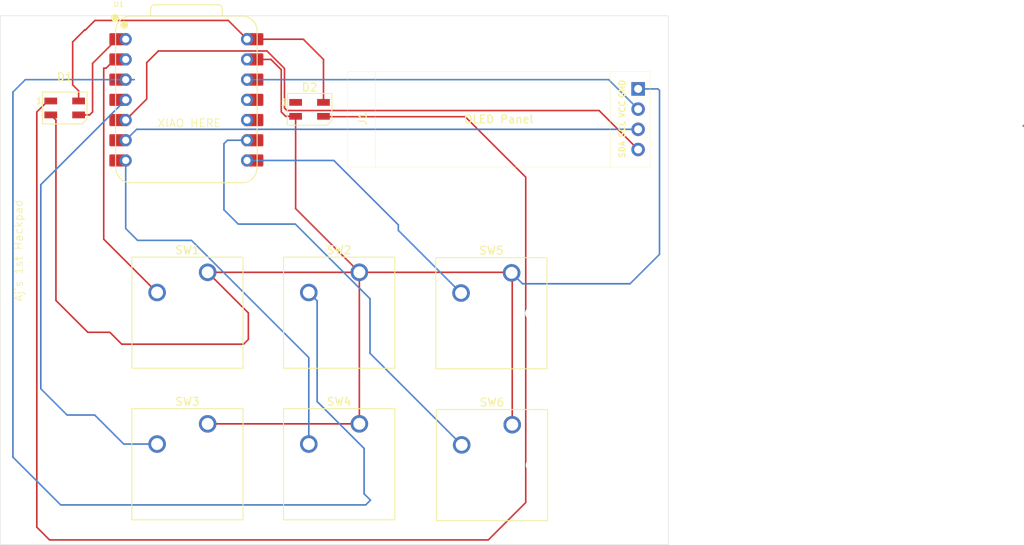
<source format=kicad_pcb>
(kicad_pcb (version 20241229) (generator "pcbnew") (generator_version "9.0")
  (layers (0 "F.Cu" signal) (2 "B.Cu" signal) (13 "F.Paste" user) (15 "B.Paste" user) (5 "F.SilkS" user "F.Silkscreen") (7 "B.SilkS" user "B.Silkscreen") (1 "F.Mask" user) (3 "B.Mask" user) (25 "Edge.Cuts" user))
  (net 0 "")
  (net 1 "GND")
  (net 2 "Net-(D1-DOUT)")
  (net 3 "+5V")
  (net 4 "Net-(D1-DIN)")
  (net 6 "Net-(U1-GPIO1{slash}RX)")
  (net 7 "Net-(U1-GPIO2{slash}SCK)")
  (net 8 "Net-(U1-GPIO27{slash}ADC1{slash}A1)")
  (net 9 "Net-(U1-GPIO28{slash}ADC2{slash}A2)")
  (net 10 "Net-(U1-GPIO29{slash}ADC3{slash}A3)")
  (net 11 "Net-(U1-GPIO0{slash}TX)")
  (net 12 "Net-(J1-Pin_3)")
  (net 13 "Net-(J1-Pin_2)")
  (net 16 "Net-(J1-Pin_4)")
  (footprint "LED_SMD:LED_SK6812MINI_PLCC4_3.5x3.5mm_P1.75mm" (layer "F.Cu") (at 126.2 59.1)
    (property "Reference" "D1" (at 0 -3.8875 0) (layer "F.SilkS"))
    (property "Value" "SK6812MINI")
    (fp_line (start -2.8 -2) (end -2.8 2) (stroke (width 0.12)) (layer "F.SilkS"))
    (fp_line (start -2.8 -2) (end 2.8 -2) (stroke (width 0.12)) (layer "F.SilkS"))
    (fp_line (start -2.8 2) (end 2.2 2) (stroke (width 0.12)) (layer "F.SilkS"))
    (fp_line (start 2.8 1.4) (end 2.2 2) (stroke (width 0.12)) (layer "F.SilkS"))
    (fp_line (start 2.8 1.4) (end 2.8 -2) (stroke (width 0.12)) (layer "F.SilkS"))
    (fp_text user "1" (at -3.2 -0.875 0) (layer "F.SilkS") (effects (font (size 0.8 0.8))))
    (pad "1" smd rect (at -1.75 -0.875) (size 1.6 0.85) (layers "F.Cu" "F.Mask" "F.Paste") (net 2 "Net-(D1-DOUT)"))
    (pad "2" smd rect (at -1.75 0.875) (size 1.6 0.85) (layers "F.Cu" "F.Mask" "F.Paste") (net 1 "GND"))
    (pad "3" smd rect (at 1.75 0.875) (size 1.6 0.85) (layers "F.Cu" "F.Mask" "F.Paste") (net 4 "Net-(D1-DIN)"))
    (pad "4" smd rect (at 1.75 -0.875) (size 1.6 0.85) (layers "F.Cu" "F.Mask" "F.Paste") (net 3 "+5V"))
  )
  (footprint "Button_Switch_Keyboard:SW_Cherry_MX_1.00u_PCB" (layer "F.Cu") (at 144.1555 98.80925)
    (property "Reference" "SW3" (at -2.54 -2.794 0) (layer "F.SilkS"))
    (property "Value" "SW_Push")
    (fp_line (start -9.525 -1.905) (end 4.445 -1.905) (stroke (width 0.12)) (layer "F.SilkS"))
    (fp_line (start -9.525 12.065) (end -9.525 -1.905) (stroke (width 0.12)) (layer "F.SilkS"))
    (fp_line (start 4.445 -1.905) (end 4.445 12.065) (stroke (width 0.12)) (layer "F.SilkS"))
    (fp_line (start 4.445 12.065) (end -9.525 12.065) (stroke (width 0.12)) (layer "F.SilkS"))
    (pad "" np_thru_hole circle (at -7.62 5.08) (size 1.7 1.7) (drill 1.7) (layers "*.Cu" "*.Mask"))
    (pad "" np_thru_hole circle (at -2.54 5.08) (size 4 4) (drill 4) (layers "*.Cu" "*.Mask"))
    (pad "" np_thru_hole circle (at 2.54 5.08) (size 1.7 1.7) (drill 1.7) (layers "*.Cu" "*.Mask"))
    (pad "1" thru_hole circle (at 0 0) (size 2.2 2.2) (drill 1.5) (layers "*.Cu" "*.Mask") (net 1 "GND"))
    (pad "2" thru_hole circle (at -6.35 2.54) (size 2.2 2.2) (drill 1.5) (layers "*.Cu" "*.Mask") (net 10 "Net-(U1-GPIO29{slash}ADC3{slash}A3)"))
  )
  (footprint "Button_Switch_Keyboard:SW_Cherry_MX_1.00u_PCB" (layer "F.Cu") (at 182.3255 79.8255)
    (property "Reference" "SW5" (at -2.54 -2.794 0) (layer "F.SilkS"))
    (property "Value" "SW_Push")
    (fp_line (start -9.525 -1.905) (end 4.445 -1.905) (stroke (width 0.12)) (layer "F.SilkS"))
    (fp_line (start -9.525 12.065) (end -9.525 -1.905) (stroke (width 0.12)) (layer "F.SilkS"))
    (fp_line (start 4.445 -1.905) (end 4.445 12.065) (stroke (width 0.12)) (layer "F.SilkS"))
    (fp_line (start 4.445 12.065) (end -9.525 12.065) (stroke (width 0.12)) (layer "F.SilkS"))
    (pad "" np_thru_hole circle (at -7.62 5.08) (size 1.7 1.7) (drill 1.7) (layers "*.Cu" "*.Mask"))
    (pad "" np_thru_hole circle (at -2.54 5.08) (size 4 4) (drill 4) (layers "*.Cu" "*.Mask"))
    (pad "" np_thru_hole circle (at 2.54 5.08) (size 1.7 1.7) (drill 1.7) (layers "*.Cu" "*.Mask"))
    (pad "1" thru_hole circle (at 0 0) (size 2.2 2.2) (drill 1.5) (layers "*.Cu" "*.Mask") (net 1 "GND"))
    (pad "2" thru_hole circle (at -6.35 2.54) (size 2.2 2.2) (drill 1.5) (layers "*.Cu" "*.Mask") (net 6 "Net-(U1-GPIO1{slash}RX)"))
  )
  (footprint "LED_SMD:LED_SK6812MINI_PLCC4_3.5x3.5mm_P1.75mm" (layer "F.Cu") (at 156.95 59.275)
    (property "Reference" "D2" (at 0 -2.75 0) (layer "F.SilkS"))
    (property "Value" "SK6812MINI" (hide yes))
    (fp_line (start -2.8 -2) (end -2.8 2) (stroke (width 0.12)) (layer "F.SilkS"))
    (fp_line (start -2.8 -2) (end 2.8 -2) (stroke (width 0.12)) (layer "F.SilkS"))
    (fp_line (start -2.8 2) (end 2.2 2) (stroke (width 0.12)) (layer "F.SilkS"))
    (fp_line (start 2.8 1.4) (end 2.2 2) (stroke (width 0.12)) (layer "F.SilkS"))
    (fp_line (start 2.8 1.4) (end 2.8 -2) (stroke (width 0.12)) (layer "F.SilkS"))
    (fp_text user "1" (at -3.2 -0.875 0) (layer "F.SilkS") (effects (font (size 0.8 0.8))))
    (pad "1" smd rect (at -1.75 -0.875) (size 1.6 0.85) (layers "F.Cu" "F.Mask" "F.Paste"))
    (pad "2" smd rect (at -1.75 0.875) (size 1.6 0.85) (layers "F.Cu" "F.Mask" "F.Paste") (net 1 "GND"))
    (pad "3" smd rect (at 1.75 0.875) (size 1.6 0.85) (layers "F.Cu" "F.Mask" "F.Paste") (net 2 "Net-(D1-DOUT)"))
    (pad "4" smd rect (at 1.75 -0.875) (size 1.6 0.85) (layers "F.Cu" "F.Mask" "F.Paste") (net 3 "+5V"))
  )
  (footprint "Button_Switch_Keyboard:SW_Cherry_MX_1.00u_PCB" (layer "F.Cu") (at 144.1555 79.75925)
    (property "Reference" "SW1" (at -2.54 -2.794 0) (layer "F.SilkS"))
    (property "Value" "SW_Push")
    (fp_line (start -9.525 -1.905) (end 4.445 -1.905) (stroke (width 0.12)) (layer "F.SilkS"))
    (fp_line (start -9.525 12.065) (end -9.525 -1.905) (stroke (width 0.12)) (layer "F.SilkS"))
    (fp_line (start 4.445 -1.905) (end 4.445 12.065) (stroke (width 0.12)) (layer "F.SilkS"))
    (fp_line (start 4.445 12.065) (end -9.525 12.065) (stroke (width 0.12)) (layer "F.SilkS"))
    (pad "" np_thru_hole circle (at -7.62 5.08) (size 1.7 1.7) (drill 1.7) (layers "*.Cu" "*.Mask"))
    (pad "" np_thru_hole circle (at -2.54 5.08) (size 4 4) (drill 4) (layers "*.Cu" "*.Mask"))
    (pad "" np_thru_hole circle (at 2.54 5.08) (size 1.7 1.7) (drill 1.7) (layers "*.Cu" "*.Mask"))
    (pad "1" thru_hole circle (at 0 0) (size 2.2 2.2) (drill 1.5) (layers "*.Cu" "*.Mask") (net 1 "GND"))
    (pad "2" thru_hole circle (at -6.35 2.54) (size 2.2 2.2) (drill 1.5) (layers "*.Cu" "*.Mask") (net 8 "Net-(U1-GPIO27{slash}ADC1{slash}A1)"))
  )
  (footprint "Button_Switch_Keyboard:SW_Cherry_MX_1.00u_PCB" (layer "F.Cu") (at 163.2055 98.80925)
    (property "Reference" "SW4" (at -2.54 -2.794 0) (layer "F.SilkS"))
    (property "Value" "SW_Push")
    (fp_line (start -9.525 -1.905) (end 4.445 -1.905) (stroke (width 0.12)) (layer "F.SilkS"))
    (fp_line (start -9.525 12.065) (end -9.525 -1.905) (stroke (width 0.12)) (layer "F.SilkS"))
    (fp_line (start 4.445 -1.905) (end 4.445 12.065) (stroke (width 0.12)) (layer "F.SilkS"))
    (fp_line (start 4.445 12.065) (end -9.525 12.065) (stroke (width 0.12)) (layer "F.SilkS"))
    (pad "" np_thru_hole circle (at -7.62 5.08) (size 1.7 1.7) (drill 1.7) (layers "*.Cu" "*.Mask"))
    (pad "" np_thru_hole circle (at -2.54 5.08) (size 4 4) (drill 4) (layers "*.Cu" "*.Mask"))
    (pad "" np_thru_hole circle (at 2.54 5.08) (size 1.7 1.7) (drill 1.7) (layers "*.Cu" "*.Mask"))
    (pad "1" thru_hole circle (at 0 0) (size 2.2 2.2) (drill 1.5) (layers "*.Cu" "*.Mask") (net 1 "GND"))
    (pad "2" thru_hole circle (at -6.35 2.54) (size 2.2 2.2) (drill 1.5) (layers "*.Cu" "*.Mask") (net 11 "Net-(U1-GPIO0{slash}TX)"))
  )
  (footprint "lovely oled:SSD1306-0.91-OLED-4pin-128x32" (layer "F.Cu") (at 161.715 54.515)
    (property "Reference" "J1" (at 1.9 5.91 90) (layer "F.SilkS"))
    (property "Value" "Conn_01x04")
    (fp_line (start 0 0) (end 0 12) (stroke (width 0.04)) (layer "F.SilkS"))
    (fp_line (start 0 12) (end 38 12) (stroke (width 0.04)) (layer "F.SilkS"))
    (fp_line (start 3.5 0) (end 3.5 12) (stroke (width 0.04)) (layer "F.SilkS"))
    (fp_line (start 33 0) (end 33 12) (stroke (width 0.04)) (layer "F.SilkS"))
    (fp_line (start 38 0) (end 0 0) (stroke (width 0.04)) (layer "F.SilkS"))
    (fp_line (start 38 12) (end 38 0) (stroke (width 0.04)) (layer "F.SilkS"))
    (fp_text user "VCC" (at 34.5 4.73 270) (layer "F.SilkS") (effects (font (size 0.75 0.75))))
    (fp_text user "SCL" (at 34.5 7.27 270) (layer "F.SilkS") (effects (font (size 0.75 0.75))))
    (fp_text user "SDA" (at 34.5 9.81 270) (layer "F.SilkS") (effects (font (size 0.75 0.75))))
    (fp_text user "GND" (at 34.5 2.19 270) (layer "F.SilkS") (effects (font (size 0.75 0.75))))
    (fp_text user "OLED Panel" (at 19 6 0) (layer "F.SilkS"))
    (pad "1" thru_hole rect (at 36.5 2.19) (size 1.7 1.7) (drill 1) (layers "*.Cu" "*.Mask") (net 1 "GND"))
    (pad "2" thru_hole oval (at 36.5 4.73) (size 1.7 1.7) (drill 1) (layers "*.Cu" "*.Mask") (net 13 "Net-(J1-Pin_2)"))
    (pad "3" thru_hole oval (at 36.5 7.27) (size 1.7 1.7) (drill 1) (layers "*.Cu" "*.Mask") (net 12 "Net-(J1-Pin_3)"))
    (pad "4" thru_hole oval (at 36.5 9.81) (size 1.7 1.7) (drill 1) (layers "*.Cu" "*.Mask") (net 16 "Net-(J1-Pin_4)"))
  )
  (footprint "Button_Switch_Keyboard:SW_Cherry_MX_1.00u_PCB" (layer "F.Cu") (at 163.2055 79.75925)
    (property "Reference" "SW2" (at -2.54 -2.794 0) (layer "F.SilkS"))
    (property "Value" "SW_Push")
    (fp_line (start -9.525 -1.905) (end 4.445 -1.905) (stroke (width 0.12)) (layer "F.SilkS"))
    (fp_line (start -9.525 12.065) (end -9.525 -1.905) (stroke (width 0.12)) (layer "F.SilkS"))
    (fp_line (start 4.445 -1.905) (end 4.445 12.065) (stroke (width 0.12)) (layer "F.SilkS"))
    (fp_line (start 4.445 12.065) (end -9.525 12.065) (stroke (width 0.12)) (layer "F.SilkS"))
    (pad "" np_thru_hole circle (at -7.62 5.08) (size 1.7 1.7) (drill 1.7) (layers "*.Cu" "*.Mask"))
    (pad "" np_thru_hole circle (at -2.54 5.08) (size 4 4) (drill 4) (layers "*.Cu" "*.Mask"))
    (pad "" np_thru_hole circle (at 2.54 5.08) (size 1.7 1.7) (drill 1.7) (layers "*.Cu" "*.Mask"))
    (pad "1" thru_hole circle (at 0 0) (size 2.2 2.2) (drill 1.5) (layers "*.Cu" "*.Mask") (net 1 "GND"))
    (pad "2" thru_hole circle (at -6.35 2.54) (size 2.2 2.2) (drill 1.5) (layers "*.Cu" "*.Mask") (net 9 "Net-(U1-GPIO28{slash}ADC2{slash}A2)"))
  )
  (footprint "OPL Library:XIAO-RP2040-DIP" (layer "F.Cu") (at 141.48 58.08)
    (property "Reference" "U1" (at -8.5 -12 0) (layer "F.SilkS") (effects (font (size 0.635 0.635) (thickness 0.1016))))
    (property "Value" "XIAO-RP2040-DIP")
    (fp_line (start -8.89 8.509) (end -8.89 -8.636) (stroke (width 0.127)) (layer "F.SilkS"))
    (fp_line (start -6.985 10.414) (end 6.985 10.414) (stroke (width 0.127)) (layer "F.SilkS"))
    (fp_line (start -4.495 -10.541) (end -4.491272 -11.451272) (stroke (width 0.127)) (layer "F.SilkS"))
    (fp_line (start -3.991272 -11.951) (end 4.004 -11.951) (stroke (width 0.127)) (layer "F.SilkS"))
    (fp_line (start 4.504 -11.451) (end 4.504 -10.541) (stroke (width 0.127)) (layer "F.SilkS"))
    (fp_line (start 6.985 -10.541) (end -6.985 -10.541) (stroke (width 0.1)) (layer "F.SilkS"))
    (fp_line (start 6.985 -10.541) (end -6.985 -10.541) (stroke (width 0.127)) (layer "F.SilkS"))
    (fp_line (start 8.89 8.509) (end 8.89 -8.636) (stroke (width 0.127)) (layer "F.SilkS"))
    (fp_arc (start -8.89 -8.636) (mid -8.332038 -9.983038) (end -6.985 -10.541) (stroke (width 0.127)) (layer "F.SilkS"))
    (fp_arc (start -6.985 10.414) (mid -8.332038 9.856038) (end -8.89 8.509) (stroke (width 0.127)) (layer "F.SilkS"))
    (fp_arc (start -4.491272 -11.451272) (mid -4.344728 -11.80464) (end -3.991272 -11.951) (stroke (width 0.127)) (layer "F.SilkS"))
    (fp_arc (start 4.004 -11.951) (mid 4.357553 -11.804553) (end 4.504 -11.451) (stroke (width 0.127)) (layer "F.SilkS"))
    (fp_arc (start 6.985 -10.541) (mid 8.332038 -9.983038) (end 8.89 -8.636) (stroke (width 0.127)) (layer "F.SilkS"))
    (fp_arc (start 8.89 8.509) (mid 8.332038 9.856038) (end 6.985 10.414) (stroke (width 0.127)) (layer "F.SilkS"))
    (fp_circle (center -8.95 -10.3) (end -8.95 -10.554) (stroke (width 0.5)) (fill yes) (layer "F.SilkS"))
    (fp_circle (center -7.807 -9.42) (end -7.807 -9.674) (stroke (width 0.5)) (fill yes) (layer "F.SilkS"))
    (pad "1" smd roundrect (at -8.455 -7.62 180) (size 2.432 1.524) (layers "F.Cu" "F.Mask") (roundrect_rratio 0.1) (net 4 "Net-(D1-DIN)"))
    (pad "1" thru_hole circle (at -7.62 -7.62 180) (size 1.524 1.524) (drill 0.889) (layers "*.Cu" "*.Mask") (net 4 "Net-(D1-DIN)"))
    (pad "2" smd roundrect (at -8.455 -5.08 180) (size 2.432 1.524) (layers "F.Cu" "F.Mask") (roundrect_rratio 0.1) (net 8 "Net-(U1-GPIO27{slash}ADC1{slash}A1)"))
    (pad "2" thru_hole circle (at -7.62 -5.08 180) (size 1.524 1.524) (drill 0.889) (layers "*.Cu" "*.Mask") (net 8 "Net-(U1-GPIO27{slash}ADC1{slash}A1)"))
    (pad "3" smd roundrect (at -8.455 -2.54 180) (size 2.432 1.524) (layers "F.Cu" "F.Mask") (roundrect_rratio 0.1) (net 9 "Net-(U1-GPIO28{slash}ADC2{slash}A2)"))
    (pad "3" thru_hole circle (at -7.62 -2.54 180) (size 1.524 1.524) (drill 0.889) (layers "*.Cu" "*.Mask") (net 9 "Net-(U1-GPIO28{slash}ADC2{slash}A2)"))
    (pad "4" smd roundrect (at -8.455 0 180) (size 2.432 1.524) (layers "F.Cu" "F.Mask") (roundrect_rratio 0.1) (net 10 "Net-(U1-GPIO29{slash}ADC3{slash}A3)"))
    (pad "4" thru_hole circle (at -7.62 0 180) (size 1.524 1.524) (drill 0.889) (layers "*.Cu" "*.Mask") (net 10 "Net-(U1-GPIO29{slash}ADC3{slash}A3)"))
    (pad "5" smd roundrect (at -8.455 2.54 180) (size 2.432 1.524) (layers "F.Cu" "F.Mask") (roundrect_rratio 0.1) (net 16 "Net-(J1-Pin_4)"))
    (pad "5" thru_hole circle (at -7.62 2.54 180) (size 1.524 1.524) (drill 0.889) (layers "*.Cu" "*.Mask") (net 16 "Net-(J1-Pin_4)"))
    (pad "6" smd roundrect (at -8.455 5.08 180) (size 2.432 1.524) (layers "F.Cu" "F.Mask") (roundrect_rratio 0.1) (net 12 "Net-(J1-Pin_3)"))
    (pad "6" thru_hole circle (at -7.62 5.08 180) (size 1.524 1.524) (drill 0.889) (layers "*.Cu" "*.Mask") (net 12 "Net-(J1-Pin_3)"))
    (pad "7" smd roundrect (at -8.455 7.62 180) (size 2.432 1.524) (layers "F.Cu" "F.Mask") (roundrect_rratio 0.1) (net 11 "Net-(U1-GPIO0{slash}TX)"))
    (pad "7" thru_hole circle (at -7.62 7.62 180) (size 1.524 1.524) (drill 0.889) (layers "*.Cu" "*.Mask") (net 11 "Net-(U1-GPIO0{slash}TX)"))
    (pad "8" thru_hole circle (at 7.62 7.62) (size 1.524 1.524) (drill 0.889) (layers "*.Cu" "*.Mask") (net 6 "Net-(U1-GPIO1{slash}RX)"))
    (pad "8" smd roundrect (at 8.455 7.62) (size 2.432 1.524) (layers "F.Cu" "F.Mask") (roundrect_rratio 0.1) (net 6 "Net-(U1-GPIO1{slash}RX)"))
    (pad "9" thru_hole circle (at 7.62 5.08) (size 1.524 1.524) (drill 0.889) (layers "*.Cu" "*.Mask") (net 7 "Net-(U1-GPIO2{slash}SCK)"))
    (pad "9" smd roundrect (at 8.455 5.08) (size 2.432 1.524) (layers "F.Cu" "F.Mask") (roundrect_rratio 0.1) (net 7 "Net-(U1-GPIO2{slash}SCK)"))
    (pad "10" thru_hole circle (at 7.62 2.54) (size 1.524 1.524) (drill 0.889) (layers "*.Cu" "*.Mask"))
    (pad "10" smd roundrect (at 8.455 2.54) (size 2.432 1.524) (layers "F.Cu" "F.Mask") (roundrect_rratio 0.1))
    (pad "11" thru_hole circle (at 7.62 0) (size 1.524 1.524) (drill 0.889) (layers "*.Cu" "*.Mask"))
    (pad "11" smd roundrect (at 8.455 0) (size 2.432 1.524) (layers "F.Cu" "F.Mask") (roundrect_rratio 0.1))
    (pad "12" thru_hole circle (at 7.62 -2.54) (size 1.524 1.524) (drill 0.889) (layers "*.Cu" "*.Mask") (net 13 "Net-(J1-Pin_2)"))
    (pad "12" smd roundrect (at 8.455 -2.54) (size 2.432 1.524) (layers "F.Cu" "F.Mask") (roundrect_rratio 0.1) (net 13 "Net-(J1-Pin_2)"))
    (pad "13" thru_hole circle (at 7.62 -5.08) (size 1.524 1.524) (drill 0.889) (layers "*.Cu" "*.Mask") (net 1 "GND"))
    (pad "13" smd roundrect (at 8.455 -5.08) (size 2.432 1.524) (layers "F.Cu" "F.Mask") (roundrect_rratio 0.1) (net 1 "GND"))
    (pad "14" thru_hole circle (at 7.62 -7.62) (size 1.524 1.524) (drill 0.889) (layers "*.Cu" "*.Mask") (net 3 "+5V"))
    (pad "14" smd roundrect (at 8.455 -7.62) (size 2.432 1.524) (layers "F.Cu" "F.Mask") (roundrect_rratio 0.1) (net 3 "+5V"))
  )
  (footprint "Button_Switch_Keyboard:SW_Cherry_MX_1.00u_PCB" (layer "F.Cu") (at 182.4055 98.9155)
    (property "Reference" "SW6" (at -2.54 -2.794 0) (layer "F.SilkS"))
    (property "Value" "SW_Push")
    (fp_line (start -9.525 -1.905) (end 4.445 -1.905) (stroke (width 0.12)) (layer "F.SilkS"))
    (fp_line (start -9.525 12.065) (end -9.525 -1.905) (stroke (width 0.12)) (layer "F.SilkS"))
    (fp_line (start 4.445 -1.905) (end 4.445 12.065) (stroke (width 0.12)) (layer "F.SilkS"))
    (fp_line (start 4.445 12.065) (end -9.525 12.065) (stroke (width 0.12)) (layer "F.SilkS"))
    (pad "" np_thru_hole circle (at -7.62 5.08) (size 1.7 1.7) (drill 1.7) (layers "*.Cu" "*.Mask"))
    (pad "" np_thru_hole circle (at -2.54 5.08) (size 4 4) (drill 4) (layers "*.Cu" "*.Mask"))
    (pad "" np_thru_hole circle (at 2.54 5.08) (size 1.7 1.7) (drill 1.7) (layers "*.Cu" "*.Mask"))
    (pad "1" thru_hole circle (at 0 0) (size 2.2 2.2) (drill 1.5) (layers "*.Cu" "*.Mask") (net 1 "GND"))
    (pad "2" thru_hole circle (at -6.35 2.54) (size 2.2 2.2) (drill 1.5) (layers "*.Cu" "*.Mask") (net 7 "Net-(U1-GPIO2{slash}SCK)"))
  )
  (gr_rect (start 118.1 47.5) (end 202 114) (stroke (width 0.05)) (fill no) (layer "Edge.Cuts"))
  (gr_text "Aj's 1st Hackpad" (at 121 83.5 90) (layer "F.SilkS") (effects (font (size 1 1) (thickness 0.1)) (justify left bottom)))
  (gr_text "XIAO HERE\n" (at 137.8 61.6 0) (layer "F.SilkS") (effects (font (size 1 1) (thickness 0.1)) (justify left bottom)))
  (segment (start 246.6 61.4) (end 246.6 61.3) (width 0.2) (layer "B.Cu") (net 0))
  (segment (start 144.1555 79.75925) (end 163.2055 79.75925) (width 0.2) (layer "F.Cu") (net 1))
  (segment (start 129.1 87.3) (end 131.87 87.3) (width 0.2) (layer "F.Cu") (net 1))
  (segment (start 149.2655 88.1955) (end 149.2655 84.86925) (width 0.2) (layer "F.Cu") (net 1))
  (segment (start 163.2055 79.75925) (end 163.2055 79.0555) (width 0.2) (layer "F.Cu") (net 1))
  (segment (start 149.1 53) (end 152.1 53) (width 0.2) (layer "F.Cu") (net 1))
  (segment (start 182.25925 79.75925) (end 182.3255 79.8255) (width 0.2) (layer "F.Cu") (net 1))
  (segment (start 152.1 53) (end 153.4 54.3) (width 0.2) (layer "F.Cu") (net 1))
  (segment (start 163.2055 79.75925) (end 163.2055 98.80925) (width 0.2) (layer "F.Cu") (net 1))
  (segment (start 148.6655 88.7955) (end 149.2655 88.1955) (width 0.2) (layer "F.Cu") (net 1))
  (segment (start 155.2 71.75375) (end 163.2055 79.75925) (width 0.2) (layer "F.Cu") (net 1))
  (segment (start 149.2655 84.86925) (end 144.1555 79.75925) (width 0.2) (layer "F.Cu") (net 1))
  (segment (start 155.2 60.15) (end 155.2 71.75375) (width 0.2) (layer "F.Cu") (net 1))
  (segment (start 125.1 83.3) (end 129.1 87.3) (width 0.2) (layer "F.Cu") (net 1))
  (segment (start 124.45 59.975) (end 125.1 60.625) (width 0.2) (layer "F.Cu") (net 1))
  (segment (start 163.2055 79.75925) (end 182.25925 79.75925) (width 0.2) (layer "F.Cu") (net 1))
  (segment (start 163.4655 79.49925) (end 163.2055 79.75925) (width 0.2) (layer "F.Cu") (net 1))
  (segment (start 144.1555 98.80925) (end 163.2055 98.80925) (width 0.2) (layer "F.Cu") (net 1))
  (segment (start 154.94 60.065) (end 154.85 59.975) (width 0.2) (layer "F.Cu") (net 1))
  (segment (start 131.87 87.3) (end 133.3655 88.7955) (width 0.2) (layer "F.Cu") (net 1))
  (segment (start 182.4055 98.9155) (end 182.4055 79.9055) (width 0.2) (layer "F.Cu") (net 1))
  (segment (start 153.4 59.6) (end 153.95 60.15) (width 0.2) (layer "F.Cu") (net 1))
  (segment (start 182.4055 79.9055) (end 182.3255 79.8255) (width 0.2) (layer "F.Cu") (net 1))
  (segment (start 163.2055 79.0555) (end 163.1155 78.9655) (width 0.2) (layer "F.Cu") (net 1))
  (segment (start 133.3655 88.7955) (end 148.6655 88.7955) (width 0.2) (layer "F.Cu") (net 1))
  (segment (start 153.4 54.3) (end 153.4 59.6) (width 0.2) (layer "F.Cu") (net 1))
  (segment (start 153.95 60.15) (end 155.2 60.15) (width 0.2) (layer "F.Cu") (net 1))
  (segment (start 125.1 60.625) (end 125.1 83.3) (width 0.2) (layer "F.Cu") (net 1))
  (segment (start 200.9 56.9) (end 200.9 77.5) (width 0.2) (layer "B.Cu") (net 1))
  (segment (start 198.215 56.705) (end 200.705 56.705) (width 0.2) (layer "B.Cu") (net 1))
  (segment (start 197.2 81.2) (end 183.7 81.2) (width 0.2) (layer "B.Cu") (net 1))
  (segment (start 200.9 77.5) (end 197.2 81.2) (width 0.2) (layer "B.Cu") (net 1))
  (segment (start 200.705 56.705) (end 200.9 56.9) (width 0.2) (layer "B.Cu") (net 1))
  (segment (start 183.7 81.2) (end 182.3255 79.8255) (width 0.2) (layer "B.Cu") (net 1))
  (segment (start 158.75 60.2) (end 176.5 60.2) (width 0.2) (layer "F.Cu") (net 2))
  (segment (start 124.075 58.225) (end 124.45 58.225) (width 0.2) (layer "F.Cu") (net 2))
  (segment (start 184.1 67.8) (end 184.1 108.7) (width 0.2) (layer "F.Cu") (net 2))
  (segment (start 176.5 60.2) (end 184.1 67.8) (width 0.2) (layer "F.Cu") (net 2))
  (segment (start 124.299 113.399) (end 122.7 111.8) (width 0.2) (layer "F.Cu") (net 2))
  (segment (start 179.401 113.399) (end 124.299 113.399) (width 0.2) (layer "F.Cu") (net 2))
  (segment (start 122.7 111.8) (end 122.7 59.6) (width 0.2) (layer "F.Cu") (net 2))
  (segment (start 158.7 60.15) (end 158.75 60.2) (width 0.2) (layer "F.Cu") (net 2))
  (segment (start 122.7 59.6) (end 124.075 58.225) (width 0.2) (layer "F.Cu") (net 2))
  (segment (start 184.1 108.7) (end 179.401 113.399) (width 0.2) (layer "F.Cu") (net 2))
  (segment (start 158.7 53) (end 158.7 58.4) (width 0.2) (layer "F.Cu") (net 3))
  (segment (start 146.74 48.1) (end 130 48.1) (width 0.2) (layer "F.Cu") (net 3))
  (segment (start 127.2 56.2) (end 127.95 56.95) (width 0.2) (layer "F.Cu") (net 3))
  (segment (start 156.2 50.46) (end 156.2 50.5) (width 0.2) (layer "F.Cu") (net 3))
  (segment (start 156.2 50.5) (end 158.7 53) (width 0.2) (layer "F.Cu") (net 3))
  (segment (start 149.1 50.46) (end 146.74 48.1) (width 0.2) (layer "F.Cu") (net 3))
  (segment (start 130 48.1) (end 128.8 49.3) (width 0.2) (layer "F.Cu") (net 3))
  (segment (start 149.1 50.46) (end 156.2 50.46) (width 0.2) (layer "F.Cu") (net 3))
  (segment (start 127.95 56.95) (end 127.95 58.225) (width 0.2) (layer "F.Cu") (net 3))
  (segment (start 127.2 50.8) (end 127.2 56.2) (width 0.2) (layer "F.Cu") (net 3))
  (segment (start 128.8 49.3) (end 128.7 49.3) (width 0.2) (layer "F.Cu") (net 3))
  (segment (start 128.7 49.3) (end 127.2 50.8) (width 0.2) (layer "F.Cu") (net 3))
  (segment (start 149.1 50.5) (end 149.1 50.46) (width 0.2) (layer "B.Cu") (net 3))
  (segment (start 129.7 59.6) (end 129.325 59.975) (width 0.2) (layer "F.Cu") (net 4))
  (segment (start 132.74 50.46) (end 129.7 53.5) (width 0.2) (layer "F.Cu") (net 4))
  (segment (start 129.7 53.5) (end 129.7 59.6) (width 0.2) (layer "F.Cu") (net 4))
  (segment (start 133.025 50.46) (end 132.74 50.46) (width 0.2) (layer "F.Cu") (net 4))
  (segment (start 129.325 59.975) (end 127.95 59.975) (width 0.2) (layer "F.Cu") (net 4))
  (segment (start 149.1 65.7) (end 149.935 65.7) (width 0.2) (layer "F.Cu") (net 6))
  (segment (start 149.1 65.7) (end 160 65.7) (width 0.2) (layer "B.Cu") (net 6))
  (segment (start 168.1 73.8) (end 168.1 74.49) (width 0.2) (layer "B.Cu") (net 6))
  (segment (start 168.1 74.49) (end 175.9755 82.3655) (width 0.2) (layer "B.Cu") (net 6))
  (segment (start 160 65.7) (end 168.1 73.8) (width 0.2) (layer "B.Cu") (net 6))
  (segment (start 149.1 63.16) (end 146.64 63.16) (width 0.2) (layer "B.Cu") (net 7))
  (segment (start 176.0555 101.4555) (end 164.5445 89.9445) (width 0.2) (layer "B.Cu") (net 7))
  (segment (start 164.5445 89.9445) (end 164.5445 83.079564) (width 0.2) (layer "B.Cu") (net 7))
  (segment (start 146.2 71.9) (end 148 73.7) (width 0.2) (layer "B.Cu") (net 7))
  (segment (start 146.64 63.16) (end 146.2 63.6) (width 0.2) (layer "B.Cu") (net 7))
  (segment (start 155.164936 73.7) (end 164.5445 83.079564) (width 0.2) (layer "B.Cu") (net 7))
  (segment (start 148 73.7) (end 155.164936 73.7) (width 0.2) (layer "B.Cu") (net 7))
  (segment (start 146.2 63.6) (end 146.2 71.9) (width 0.2) (layer "B.Cu") (net 7))
  (segment (start 131.1 54.1) (end 131.4 54.1) (width 0.2) (layer "F.Cu") (net 8))
  (segment (start 132.5 53) (end 133.86 53) (width 0.2) (layer "F.Cu") (net 8))
  (segment (start 137.8055 82.29925) (end 131.1 75.59375) (width 0.2) (layer "F.Cu") (net 8))
  (segment (start 131.1 75.59375) (end 131.1 54.1) (width 0.2) (layer "F.Cu") (net 8))
  (segment (start 131.4 54.1) (end 132.5 53) (width 0.2) (layer "F.Cu") (net 8))
  (segment (start 157.9 96) (end 157.9 83.34375) (width 0.2) (layer "B.Cu") (net 9))
  (segment (start 164.6 108.4) (end 163.8 107.6) (width 0.2) (layer "B.Cu") (net 9))
  (segment (start 133.86 55.54) (end 134.94 55.54) (width 0.2) (layer "B.Cu") (net 9))
  (segment (start 121.26 55.54) (end 119.7 57.1) (width 0.2) (layer "B.Cu") (net 9))
  (segment (start 164 109) (end 164.6 108.4) (width 0.2) (layer "B.Cu") (net 9))
  (segment (start 119.7 57.1) (end 119.7 103) (width 0.2) (layer "B.Cu") (net 9))
  (segment (start 163.8 101.9) (end 157.9 96) (width 0.2) (layer "B.Cu") (net 9))
  (segment (start 119.7 103) (end 125.7 109) (width 0.2) (layer "B.Cu") (net 9))
  (segment (start 157.9 83.34375) (end 156.8555 82.29925) (width 0.2) (layer "B.Cu") (net 9))
  (segment (start 163.8 107.6) (end 163.8 101.9) (width 0.2) (layer "B.Cu") (net 9))
  (segment (start 125.7 109) (end 164 109) (width 0.2) (layer "B.Cu") (net 9))
  (segment (start 133.86 55.54) (end 121.26 55.54) (width 0.2) (layer "B.Cu") (net 9))
  (segment (start 133.86 58.08) (end 123.2 68.74) (width 0.2) (layer "B.Cu") (net 10))
  (segment (start 126.5 97.7) (end 129.97 97.7) (width 0.2) (layer "B.Cu") (net 10))
  (segment (start 129.97 97.7) (end 133.61925 101.34925) (width 0.2) (layer "B.Cu") (net 10))
  (segment (start 133.61925 101.34925) (end 137.8055 101.34925) (width 0.2) (layer "B.Cu") (net 10))
  (segment (start 123.2 68.74) (end 123.2 94.4) (width 0.2) (layer "B.Cu") (net 10))
  (segment (start 123.2 94.4) (end 126.5 97.7) (width 0.2) (layer "B.Cu") (net 10))
  (segment (start 156.8555 101.34925) (end 156.8555 90.477936) (width 0.2) (layer "B.Cu") (net 11))
  (segment (start 135.3555 75.747936) (end 142.1255 75.747936) (width 0.2) (layer "B.Cu") (net 11))
  (segment (start 133.86 74.252436) (end 135.3555 75.747936) (width 0.2) (layer "B.Cu") (net 11))
  (segment (start 133.86 74.252436) (end 133.86 65.7) (width 0.2) (layer "B.Cu") (net 11))
  (segment (start 156.8555 90.477936) (end 142.1255 75.747936) (width 0.2) (layer "B.Cu") (net 11))
  (segment (start 198.215 61.785) (end 135.235 61.785) (width 0.2) (layer "B.Cu") (net 12))
  (segment (start 135.235 61.785) (end 133.86 63.16) (width 0.2) (layer "B.Cu") (net 12))
  (segment (start 198.215 59.245) (end 194.51 55.54) (width 0.2) (layer "B.Cu") (net 13))
  (segment (start 194.51 55.54) (end 149.1 55.54) (width 0.2) (layer "B.Cu") (net 13))
  (segment (start 136.5 57.98) (end 133.86 60.62) (width 0.2) (layer "F.Cu") (net 16))
  (segment (start 198.215 64.325) (end 193.314 59.424) (width 0.2) (layer "F.Cu") (net 16))
  (segment (start 154.124 59.424) (end 153.801 59.101) (width 0.2) (layer "F.Cu") (net 16))
  (segment (start 136.5 53.4) (end 136.5 57.98) (width 0.2) (layer "F.Cu") (net 16))
  (segment (start 153.801 59.101) (end 153.801 54.1339) (width 0.2) (layer "F.Cu") (net 16))
  (segment (start 193.314 59.424) (end 154.124 59.424) (width 0.2) (layer "F.Cu") (net 16))
  (segment (start 151.6041 51.937) (end 137.963 51.937) (width 0.2) (layer "F.Cu") (net 16))
  (segment (start 133.215 59.975) (end 133.86 60.62) (width 0.2) (layer "F.Cu") (net 16))
  (segment (start 153.801 54.1339) (end 151.6041 51.937) (width 0.2) (layer "F.Cu") (net 16))
  (segment (start 137.963 51.937) (end 136.5 53.4) (width 0.2) (layer "F.Cu") (net 16))
)
</source>
